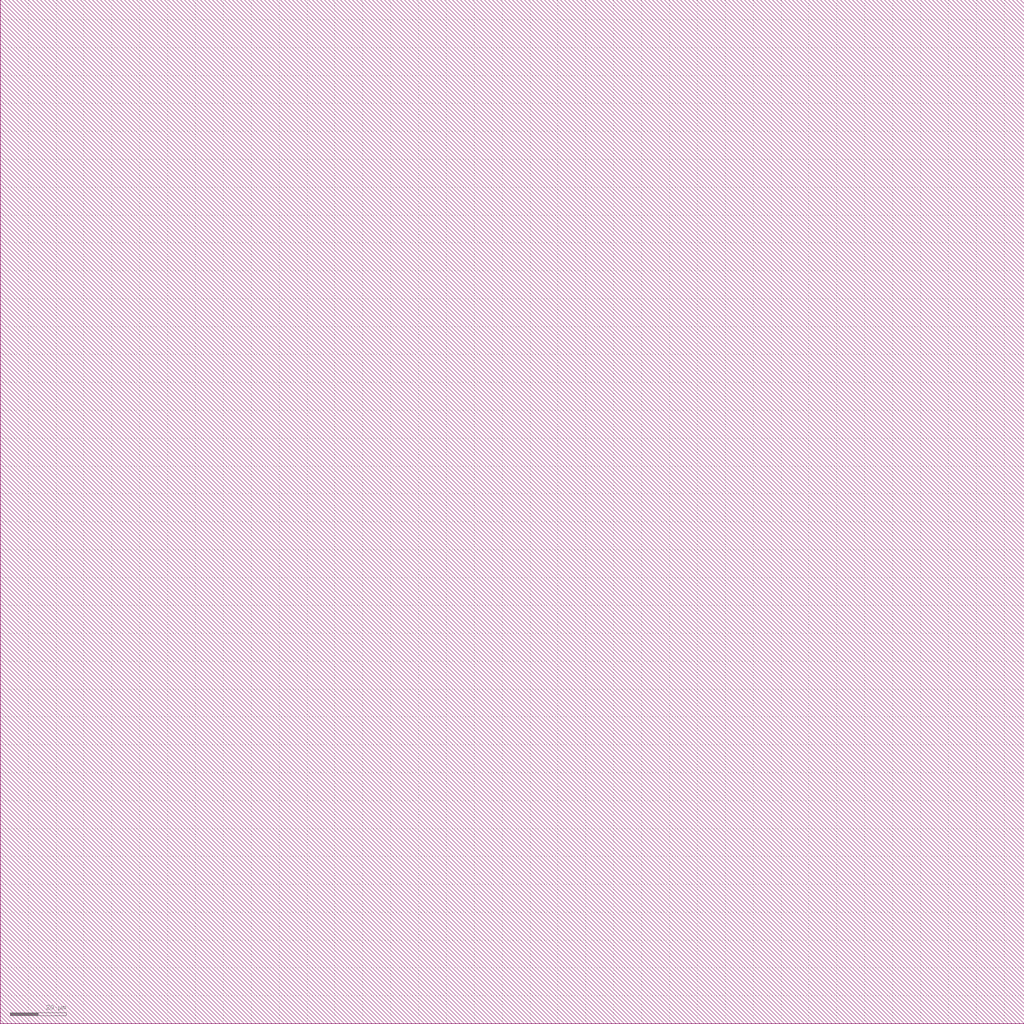
<source format=lef>
VERSION 5.6 ;

BUSBITCHARS "[]" ;

DIVIDERCHAR "/" ;

UNITS
    DATABASE MICRONS 1000 ;
END UNITS

MANUFACTURINGGRID 0.005000 ; 

CLEARANCEMEASURE EUCLIDEAN ; 

USEMINSPACING OBS ON ; 

SITE CoreSite
    CLASS CORE ;
    SIZE 0.600000 BY 0.300000 ;
END CoreSite

LAYER li1
   TYPE ROUTING ;
   DIRECTION VERTICAL ;
   MINWIDTH 0.300000 ;
   AREA 0.056250 ;
   WIDTH 0.300000 ;
   SPACINGTABLE
      PARALLELRUNLENGTH 0.0
      WIDTH 0.0 0.225000 ;
   PITCH 0.600000 0.600000 ;
END li1

LAYER mcon
    TYPE CUT ;
    SPACING 0.225000 ;
    WIDTH 0.300000 ;
    ENCLOSURE ABOVE 0.075000 0.075000 ;
    ENCLOSURE BELOW 0.000000 0.000000 ;
END mcon

LAYER met1
   TYPE ROUTING ;
   DIRECTION HORIZONTAL ;
   MINWIDTH 0.150000 ;
   AREA 0.084375 ;
   WIDTH 0.150000 ;
   SPACINGTABLE
      PARALLELRUNLENGTH 0.0
      WIDTH 0.0 0.150000 ;
   PITCH 0.300000 0.300000 ;
END met1

LAYER v1
    TYPE CUT ;
    SPACING 0.075000 ;
    WIDTH 0.300000 ;
    ENCLOSURE ABOVE 0.075000 0.075000 ;
    ENCLOSURE BELOW 0.075000 0.075000 ;
END v1

LAYER met2
   TYPE ROUTING ;
   DIRECTION VERTICAL ;
   MINWIDTH 0.150000 ;
   AREA 0.073125 ;
   WIDTH 0.150000 ;
   SPACINGTABLE
      PARALLELRUNLENGTH 0.0
      WIDTH 0.0 0.150000 ;
   PITCH 0.300000 0.300000 ;
END met2

LAYER v2
    TYPE CUT ;
    SPACING 0.150000 ;
    WIDTH 0.300000 ;
    ENCLOSURE ABOVE 0.075000 0.075000 ;
    ENCLOSURE BELOW 0.075000 0.000000 ;
END v2

LAYER met3
   TYPE ROUTING ;
   DIRECTION HORIZONTAL ;
   MINWIDTH 0.300000 ;
   AREA 0.241875 ;
   WIDTH 0.300000 ;
   SPACINGTABLE
      PARALLELRUNLENGTH 0.0
      WIDTH 0.0 0.300000 ;
   PITCH 0.600000 0.600000 ;
END met3

LAYER v3
    TYPE CUT ;
    SPACING 0.150000 ;
    WIDTH 0.450000 ;
    ENCLOSURE ABOVE 0.075000 0.075000 ;
    ENCLOSURE BELOW 0.075000 0.000000 ;
END v3

LAYER met4
   TYPE ROUTING ;
   DIRECTION VERTICAL ;
   MINWIDTH 0.300000 ;
   AREA 0.241875 ;
   WIDTH 0.300000 ;
   SPACINGTABLE
      PARALLELRUNLENGTH 0.0
      WIDTH 0.0 0.300000 ;
   PITCH 0.600000 0.600000 ;
END met4

LAYER v4
    TYPE CUT ;
    SPACING 0.450000 ;
    WIDTH 1.200000 ;
    ENCLOSURE ABOVE 0.150000 0.150000 ;
    ENCLOSURE BELOW 0.000000 0.000000 ;
END v4

LAYER met5
   TYPE ROUTING ;
   DIRECTION HORIZONTAL ;
   MINWIDTH 1.650000 ;
   AREA 4.005000 ;
   WIDTH 1.650000 ;
   SPACINGTABLE
      PARALLELRUNLENGTH 0.0
      WIDTH 0.0 1.650000 ;
   PITCH 3.300000 3.300000 ;
END met5

LAYER OVERLAP
   TYPE OVERLAP ;
END OVERLAP

VIA mcon_C DEFAULT
   LAYER li1 ;
     RECT -0.150000 -0.150000 0.150000 0.150000 ;
   LAYER mcon ;
     RECT -0.150000 -0.150000 0.150000 0.150000 ;
   LAYER met1 ;
     RECT -0.225000 -0.225000 0.225000 0.225000 ;
END mcon_C

VIA v1_C DEFAULT
   LAYER met1 ;
     RECT -0.225000 -0.225000 0.225000 0.225000 ;
   LAYER v1 ;
     RECT -0.150000 -0.150000 0.150000 0.150000 ;
   LAYER met2 ;
     RECT -0.225000 -0.225000 0.225000 0.225000 ;
END v1_C

VIA v2_C DEFAULT
   LAYER met2 ;
     RECT -0.150000 -0.225000 0.150000 0.225000 ;
   LAYER v2 ;
     RECT -0.150000 -0.150000 0.150000 0.150000 ;
   LAYER met3 ;
     RECT -0.225000 -0.225000 0.225000 0.225000 ;
END v2_C

VIA v2_Ch
   LAYER met2 ;
     RECT -0.225000 -0.150000 0.225000 0.150000 ;
   LAYER v2 ;
     RECT -0.150000 -0.150000 0.150000 0.150000 ;
   LAYER met3 ;
     RECT -0.225000 -0.225000 0.225000 0.225000 ;
END v2_Ch

VIA v2_Cv
   LAYER met2 ;
     RECT -0.150000 -0.225000 0.150000 0.225000 ;
   LAYER v2 ;
     RECT -0.150000 -0.150000 0.150000 0.150000 ;
   LAYER met3 ;
     RECT -0.225000 -0.225000 0.225000 0.225000 ;
END v2_Cv

VIA v3_C DEFAULT
   LAYER met3 ;
     RECT -0.300000 -0.225000 0.300000 0.225000 ;
   LAYER v3 ;
     RECT -0.225000 -0.225000 0.225000 0.225000 ;
   LAYER met4 ;
     RECT -0.300000 -0.300000 0.300000 0.300000 ;
END v3_C

VIA v3_Ch
   LAYER met3 ;
     RECT -0.300000 -0.225000 0.300000 0.225000 ;
   LAYER v3 ;
     RECT -0.225000 -0.225000 0.225000 0.225000 ;
   LAYER met4 ;
     RECT -0.300000 -0.300000 0.300000 0.300000 ;
END v3_Ch

VIA v3_Cv
   LAYER met3 ;
     RECT -0.300000 -0.225000 0.300000 0.225000 ;
   LAYER v3 ;
     RECT -0.225000 -0.225000 0.225000 0.225000 ;
   LAYER met4 ;
     RECT -0.300000 -0.300000 0.300000 0.300000 ;
END v3_Cv

VIA v4_C DEFAULT
   LAYER met4 ;
     RECT -0.600000 -0.600000 0.600000 0.600000 ;
   LAYER v4 ;
     RECT -0.600000 -0.600000 0.600000 0.600000 ;
   LAYER met5 ;
     RECT -0.750000 -0.750000 0.750000 0.750000 ;
END v4_C

MACRO _0_0cell_0_0gcelem2x0
    CLASS CORE ;
    FOREIGN _0_0cell_0_0gcelem2x0 0.000000 0.000000 ;
    ORIGIN 0.000000 0.000000 ;
    SIZE 9.000000 BY 5.700000 ;
    SYMMETRY X Y ;
    SITE CoreSite ;
    PIN in_50_6
        DIRECTION INPUT ;
        USE SIGNAL ;
        PORT
        LAYER li1 ;
        RECT 6.825000 0.675000 7.275000 0.750000 ;
        RECT 6.825000 0.375000 6.900000 0.675000 ;
        RECT 6.825000 0.300000 7.275000 0.375000 ;
        RECT 6.900000 0.375000 7.200000 0.675000 ;
        RECT 7.200000 0.375000 7.275000 0.675000 ;
        END
        ANTENNAGATEAREA 0.180000 ;
    END in_50_6
    PIN in_51_6
        DIRECTION INPUT ;
        USE SIGNAL ;
        PORT
        LAYER li1 ;
        RECT 5.775000 0.675000 6.225000 0.750000 ;
        RECT 5.775000 0.375000 5.850000 0.675000 ;
        RECT 5.775000 0.300000 6.150000 0.375000 ;
        RECT 5.850000 0.375000 6.150000 0.675000 ;
        RECT 6.150000 0.375000 6.225000 0.675000 ;
        END
        ANTENNAGATEAREA 0.180000 ;
    END in_51_6
    PIN out
        DIRECTION OUTPUT ;
        USE SIGNAL ;
        PORT
        LAYER li1 ;
        RECT 5.775000 1.950000 6.150000 2.025000 ;
        RECT 5.775000 1.725000 5.850000 1.950000 ;
        RECT 5.775000 1.650000 6.150000 1.725000 ;
        RECT 5.850000 2.850000 6.075000 3.300000 ;
        RECT 5.850000 2.775000 7.650000 2.850000 ;
        RECT 5.850000 2.550000 7.350000 2.775000 ;
        RECT 5.850000 2.475000 7.650000 2.550000 ;
        RECT 5.850000 2.025000 6.075000 2.475000 ;
        RECT 5.850000 1.725000 6.075000 1.950000 ;
        RECT 7.350000 2.550000 7.575000 2.775000 ;
        RECT 6.075000 1.725000 6.150000 1.950000 ;
        RECT 7.575000 2.550000 7.650000 2.775000 ;
        RECT 5.775000 3.600000 6.150000 3.675000 ;
        RECT 5.775000 3.375000 5.850000 3.600000 ;
        RECT 5.775000 3.300000 6.150000 3.375000 ;
        RECT 5.850000 3.375000 6.075000 3.600000 ;
        RECT 6.075000 3.375000 6.150000 3.600000 ;
        END
        ANTENNAGATEAREA 0.360000 ;
        ANTENNADIFFAREA 0.562500 ;
    END out
    PIN Vdd
        DIRECTION INPUT ;
        USE POWER ;
        PORT
        LAYER li1 ;
        RECT 1.425000 3.075000 1.875000 3.150000 ;
        RECT 1.425000 2.775000 1.500000 3.075000 ;
        RECT 1.425000 2.700000 1.875000 2.775000 ;
        RECT 1.500000 2.775000 1.800000 3.075000 ;
        RECT 1.650000 3.450000 2.325000 3.600000 ;
        RECT 1.650000 3.375000 2.625000 3.450000 ;
        RECT 1.650000 3.150000 1.875000 3.375000 ;
        RECT 1.800000 2.775000 1.875000 3.075000 ;
        RECT 1.650000 2.625000 3.600000 2.700000 ;
        RECT 1.650000 2.475000 3.300000 2.625000 ;
        RECT 2.325000 3.450000 2.550000 3.675000 ;
        RECT 2.550000 3.450000 2.625000 3.675000 ;
        RECT 2.250000 3.675000 2.625000 3.750000 ;
        RECT 2.250000 3.600000 2.325000 3.675000 ;
        RECT 3.225000 2.400000 3.300000 2.475000 ;
        RECT 3.225000 2.325000 3.600000 2.400000 ;
        RECT 3.300000 2.400000 3.525000 2.625000 ;
        RECT 3.525000 2.400000 3.600000 2.625000 ;
        RECT 6.975000 4.575000 7.350000 4.650000 ;
        RECT 6.975000 4.350000 7.050000 4.575000 ;
        RECT 6.975000 3.975000 7.350000 4.350000 ;
        RECT 6.975000 3.750000 7.050000 3.975000 ;
        RECT 6.975000 3.675000 7.350000 3.750000 ;
        RECT 7.050000 4.350000 7.275000 4.575000 ;
        RECT 7.050000 3.750000 7.275000 3.975000 ;
        RECT 7.275000 4.350000 7.350000 4.575000 ;
        RECT 7.275000 3.750000 7.350000 3.975000 ;
        LAYER mcon ;
        RECT 1.500000 2.775000 1.800000 3.075000 ;
        RECT 7.050000 4.350000 7.275000 4.575000 ;
        LAYER met1 ;
        RECT 1.275000 3.150000 1.500000 5.025000 ;
        RECT 1.275000 3.075000 1.875000 3.150000 ;
        RECT 1.275000 2.775000 1.500000 3.075000 ;
        RECT 1.275000 2.700000 1.875000 2.775000 ;
        RECT 1.275000 5.025000 7.350000 5.250000 ;
        RECT 1.500000 2.775000 1.800000 3.075000 ;
        RECT 1.800000 2.775000 1.875000 3.075000 ;
        RECT 6.975000 4.575000 7.350000 5.025000 ;
        RECT 6.975000 4.350000 7.050000 4.575000 ;
        RECT 6.975000 4.275000 7.350000 4.350000 ;
        RECT 7.050000 4.350000 7.275000 4.575000 ;
        RECT 7.275000 4.350000 7.350000 4.575000 ;
        END
        ANTENNAGATEAREA 1.147500 ;
        ANTENNADIFFAREA 0.742500 ;
    END Vdd
    PIN GND
        DIRECTION INPUT ;
        USE GROUND ;
        PORT
        LAYER li1 ;
        RECT 0.675000 3.825000 1.125000 3.900000 ;
        RECT 0.675000 3.525000 0.750000 3.825000 ;
        RECT 0.675000 3.450000 1.125000 3.525000 ;
        RECT 0.750000 4.200000 3.300000 4.425000 ;
        RECT 0.750000 4.125000 3.600000 4.200000 ;
        RECT 0.750000 3.900000 1.125000 4.125000 ;
        RECT 0.750000 3.525000 1.050000 3.825000 ;
        RECT 0.750000 1.200000 1.125000 3.450000 ;
        RECT 0.750000 0.975000 7.200000 1.200000 ;
        RECT 3.300000 4.200000 3.525000 4.425000 ;
        RECT 1.050000 3.525000 1.125000 3.825000 ;
        RECT 3.525000 4.200000 3.600000 4.425000 ;
        RECT 2.325000 1.875000 2.700000 1.950000 ;
        RECT 2.325000 1.650000 2.400000 1.875000 ;
        RECT 2.325000 1.575000 2.700000 1.650000 ;
        RECT 2.400000 1.650000 2.625000 1.875000 ;
        RECT 2.400000 1.200000 2.625000 1.575000 ;
        RECT 2.625000 1.650000 2.700000 1.875000 ;
        RECT 3.225000 4.425000 3.600000 4.500000 ;
        RECT 6.975000 1.650000 7.050000 1.875000 ;
        RECT 7.050000 1.650000 7.275000 1.875000 ;
        RECT 6.975000 1.875000 7.350000 1.950000 ;
        RECT 7.275000 1.650000 7.350000 1.875000 ;
        RECT 6.975000 1.575000 7.350000 1.650000 ;
        RECT 6.975000 1.200000 7.200000 1.575000 ;
        LAYER mcon ;
        RECT 0.750000 3.525000 1.050000 3.825000 ;
        LAYER met1 ;
        RECT 0.600000 3.825000 1.125000 3.900000 ;
        RECT 0.600000 3.525000 0.750000 3.825000 ;
        RECT 0.600000 3.450000 1.125000 3.525000 ;
        RECT 0.750000 3.525000 1.050000 3.825000 ;
        RECT 1.050000 3.525000 1.125000 3.825000 ;
        END
        ANTENNAGATEAREA 0.810000 ;
        ANTENNADIFFAREA 0.506250 ;
    END GND
    OBS
        LAYER li1 ;
        RECT 5.325000 4.425000 5.700000 4.500000 ;
        RECT 5.325000 4.200000 5.400000 4.425000 ;
        RECT 5.325000 4.125000 5.700000 4.200000 ;
        RECT 5.475000 5.250000 8.325000 5.475000 ;
        RECT 5.475000 4.500000 5.700000 5.250000 ;
        RECT 5.400000 4.200000 5.625000 4.425000 ;
        RECT 5.625000 4.200000 5.700000 4.425000 ;
        RECT 7.725000 3.600000 8.325000 3.675000 ;
        RECT 7.725000 3.375000 7.800000 3.600000 ;
        RECT 7.725000 3.300000 8.325000 3.375000 ;
        RECT 7.800000 3.375000 8.025000 3.600000 ;
        RECT 8.025000 3.375000 8.325000 3.600000 ;
        RECT 7.725000 1.950000 8.325000 2.025000 ;
        RECT 7.725000 1.725000 7.800000 1.950000 ;
        RECT 7.725000 1.650000 8.325000 1.725000 ;
        RECT 8.100000 3.675000 8.325000 5.250000 ;
        RECT 7.800000 1.725000 8.025000 1.950000 ;
        RECT 8.025000 1.725000 8.325000 1.950000 ;
        RECT 8.100000 2.025000 8.325000 3.300000 ;
    END
END _0_0cell_0_0gcelem2x0

MACRO welltap_svt
    CLASS CORE WELLTAP ;
    FOREIGN welltap_svt 0.000000 0.000000 ;
    ORIGIN 0.000000 0.000000 ;
    SIZE 1.200000 BY 2.100000 ;
    SYMMETRY X Y ;
    SITE CoreSite ;
    PIN Vdd
        DIRECTION INPUT ;
        USE POWER ;
        PORT
        LAYER li1 ;
        RECT 0.600000 1.500000 0.900000 1.800000 ;
        END
    END Vdd
    PIN GND
        DIRECTION INPUT ;
        USE GROUND ;
        PORT
        LAYER li1 ;
        RECT 0.600000 0.300000 0.900000 0.600000 ;
        END
    END GND
END welltap_svt

MACRO circuitppnp
   CLASS CORE ;
   FOREIGN circuitppnp 0.000000 0.000000 ;
   ORIGIN 0.000000 0.000000 ; 
   SIZE 367.200000 BY 367.200000 ; 
   SYMMETRY X Y ;
   SITE CoreSite ;
END circuitppnp

MACRO circuitwell
   CLASS CORE ;
   FOREIGN circuitwell 0.000000 0.000000 ;
   ORIGIN 0.000000 0.000000 ; 
   SIZE 367.200000 BY 367.200000 ; 
   SYMMETRY X Y ;
   SITE CoreSite ;
END circuitwell


</source>
